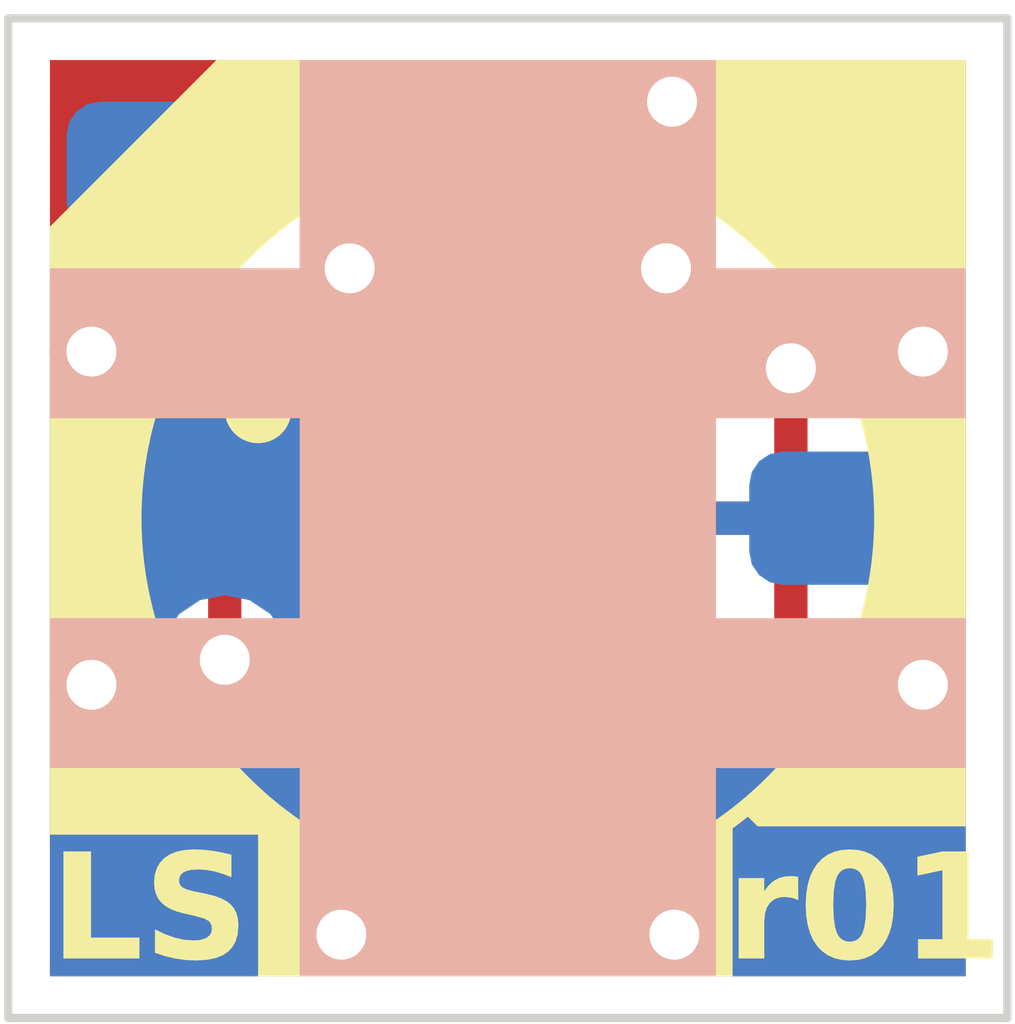
<source format=kicad_pcb>
(kicad_pcb (version 20240108) (generator "pcbnew") (generator_version "8.0")
  (layers (0 "F.Cu" signal "Top Layer") (31 "B.Cu" signal "Bottom Layer") (34 "B.Paste" user "Bottom Paste") (35 "F.Paste" user "Top Paste") (36 "B.SilkS" user "Bottom Overlay") (37 "F.SilkS" user "Top Overlay") (38 "B.Mask" user "Bottom Solder") (39 "F.Mask" user "Top Solder") (44 "Edge.Cuts" user))
  (net 0 "")
  (net 1 "VCCA3.3")
  (net 2 "SCL")
  (net 3 "SDA")
  (net 4 "GND")
  (footprint "QV_ElectroMech.PcbLib:TP_0.50mm" (layer "F.Cu") (at 149.4511 103.5036 90)
    (property "Reference" "TP1" (hide yes))
    (property "Value" "Testpoint 0.5mm" (hide yes))
    (pad "TP" smd circle (at 0 0 270) (size 0.5 0.5) (layers "F.Cu" "F.Paste" "F.Mask") (net 1 "VCCA3.3"))
  )
  (footprint "QV_ElectroMech.PcbLib:TP_0.50mm" (layer "F.Cu") (at 147.5511 103.5036 90)
    (property "Reference" "TP2" (hide yes))
    (property "Value" "Testpoint 0.5mm" (hide yes))
    (pad "TP" smd circle (at 0 0 270) (size 0.5 0.5) (layers "F.Cu" "F.Paste" "F.Mask") (net 4 "GND"))
  )
  (footprint "QV_ElectroMech.PcbLib:TP_0.50mm" (layer "F.Cu") (at 150.2011 105.0036 90)
    (property "Reference" "TP4" (hide yes))
    (property "Value" "Testpoint 0.5mm" (hide yes))
    (pad "TP" smd circle (at 0 0 270) (size 0.5 0.5) (layers "F.Cu" "F.Paste" "F.Mask") (net 2 "SCL"))
  )
  (footprint "QV_ElectroMech.PcbLib:TP_0.50mm" (layer "F.Cu") (at 146.8011 105.0036 90)
    (property "Reference" "TP3" (hide yes))
    (property "Value" "Testpoint 0.5mm" (hide yes))
    (pad "TP" smd circle (at 0 0 270) (size 0.5 0.5) (layers "F.Cu" "F.Paste" "F.Mask") (net 3 "SDA"))
  )
  (footprint "QV_Active.PcbLib:Light Sensor_VEML3235" (layer "F.Cu") (at 148.5011 105.0036)
    (property "Reference" "U1" (hide yes))
    (property "Value" "VEML3235" (hide yes))
    (pad "1" smd rect (at -0.875 -0.65 270) (size 0.4 0.55) (layers "F.Cu" "F.Paste" "F.Mask") (net 4 "GND"))
    (pad "2" smd rect (at -0.875 0 270) (size 0.4 0.55) (layers "F.Cu" "F.Paste" "F.Mask") (net 3 "SDA"))
    (pad "3" smd rect (at -0.875 0.65 270) (size 0.4 0.55) (layers "F.Cu" "F.Paste" "F.Mask"))
    (pad "4" smd rect (at 0.875 0.65 270) (size 0.4 0.55) (layers "F.Cu" "F.Paste" "F.Mask"))
    (pad "5" smd rect (at 0.875 0 270) (size 0.4 0.55) (layers "F.Cu" "F.Paste" "F.Mask") (net 2 "SCL"))
    (pad "6" smd rect (at 0.875 -0.65 270) (size 0.4 0.55) (layers "F.Cu" "F.Paste" "F.Mask") (net 1 "VCCA3.3"))
  )
  (footprint "QV_Res.PcbLib:RESC0603X03L" (layer "F.Cu") (at 149.2511 106.4536 180)
    (property "Reference" "R2" (hide yes))
    (property "Value" "2.1k 1%" (hide yes))
    (pad "1" smd rect (at -0.25 0) (size 0.27 0.3) (layers "F.Cu" "F.Paste" "F.Mask") (net 2 "SCL"))
    (pad "2" smd rect (at 0.25 0) (size 0.27 0.3) (layers "F.Cu" "F.Paste" "F.Mask") (net 1 "VCCA3.3"))
  )
  (footprint "QV_Res.PcbLib:RESC0603X03L" (layer "F.Cu") (at 147.7511 106.4536)
    (property "Reference" "R1" (hide yes))
    (property "Value" "2.1k 1%" (hide yes))
    (pad "1" smd rect (at -0.25 0 180) (size 0.27 0.3) (layers "F.Cu" "F.Paste" "F.Mask") (net 3 "SDA"))
    (pad "2" smd rect (at 0.25 0 180) (size 0.27 0.3) (layers "F.Cu" "F.Paste" "F.Mask") (net 1 "VCCA3.3"))
  )
  (footprint "QV_Cap.PcbLib:CAPC0603X03L" (layer "F.Cu") (at 148.5011 103.5536 180)
    (property "Reference" "C1" (hide yes))
    (property "Value" "470nF 10V" (hide yes))
    (pad "1" smd rect (at -0.25 0) (size 0.27 0.3) (layers "F.Cu" "F.Paste" "F.Mask") (net 1 "VCCA3.3"))
    (pad "2" smd rect (at 0.25 0) (size 0.27 0.3) (layers "F.Cu" "F.Paste" "F.Mask") (net 4 "GND"))
  )
  (footprint "QV_ConMod.PcbLib:ABLS-R01-sensor-Module Footprint" (layer "B.Cu") (at 148.5011 105.0036 180)
    (property "Reference" "U2" (hide yes))
    (property "Value" "Ambient Light Sensor Module" (hide yes))
    (pad "1" smd roundrect (at 2.05 2.1) (size 1.2 0.8) (layers "B.Cu" "B.Paste" "B.Mask") (net 1 "VCCA3.3"))
    (pad "2" smd roundrect (at 2.05 0) (size 1.2 0.8) (layers "B.Cu" "B.Paste" "B.Mask") (net 4 "GND"))
    (pad "3" smd roundrect (at 2.05 -2.1) (size 1.2 0.8) (layers "B.Cu" "B.Paste" "B.Mask") (net 4 "GND"))
    (pad "4" smd roundrect (at -2.05 -2.1 180) (size 1.2 0.8) (layers "B.Cu" "B.Paste" "B.Mask") (net 4 "GND"))
    (pad "5" smd roundrect (at -2.05 0 180) (size 1.2 0.8) (layers "B.Cu" "B.Paste" "B.Mask") (net 3 "SDA"))
    (pad "6" smd roundrect (at -2.05 2.1 180) (size 1.2 0.8) (layers "B.Cu" "B.Paste" "B.Mask") (net 2 "SCL"))
  )
  (gr_poly (pts (xy 147.2511 107.7536) (xy 147.2511 106.5036) (xy 145.7511 106.5036) (xy 145.7511 105.6036) (xy 147.2511 105.6036) (xy 147.2511 104.4036) (xy 145.75109 104.4036) (xy 145.75109 103.5036) (xy 147.2511 103.5036) (xy 147.2511 102.2536) (xy 149.7511 102.2536) (xy 149.7511 103.5036) (xy 151.2511 103.5036) (xy 151.2511 104.4036) (xy 149.7511 104.4036) (xy 149.7511 105.6036) (xy 151.2511 105.6036) (xy 151.2511 106.5036) (xy 149.7511 106.5036) (xy 149.7511 107.7536)) (fill solid) (layer "B.SilkS"))
  (gr_poly (pts (xy 145.7511 103.2536) (xy 146.7511 102.2536) (xy 151.2511 102.2536) (xy 151.2511 106.8536) (xy 150.0011 106.8536) (xy 149.9011 106.7536) (arc (start 150.114705 106.539995) (mid 150.585707 105.835091) (end 150.751101 105.0036)) (arc (start 150.7511 105.0036) (mid 150.09209 103.41261) (end 148.5011 102.7536)) (arc (start 148.5011 102.7536) (mid 146.91011 103.41261) (end 146.2511 105.0036)) (arc (start 146.2511 105.0036) (mid 146.91011 106.59459) (end 148.5011 107.2536)) (arc (start 148.64399 107.25359) (mid 149.297269 107.123645) (end 149.851092 106.753592)) (xy 149.8511 106.7536) (xy 149.8511 107.7536) (xy 147.0011 107.7536) (xy 147.0011 106.9036) (xy 145.7511 106.9036)) (fill solid) (layer "F.SilkS"))
  (gr_circle (center 148.5011 105.0036) (end 148.5011 102.7536) (stroke (width 0.1)) (fill none) (layer "F.SilkS"))
  (gr_circle (center 147.0011 104.3536) (end 147.0011 104.2536) (stroke (width 0.2)) (fill none) (layer "F.SilkS"))
  (gr_line (start 151.5011 108.0036) (end 151.5011 102.0036) (stroke (width 0.05)) (layer "Edge.Cuts"))
  (gr_line (start 145.5011 102.0036) (end 145.5011 108.0036) (stroke (width 0.05)) (layer "Edge.Cuts"))
  (gr_line (start 145.5011 108.0036) (end 151.5011 108.0036) (stroke (width 0.05)) (layer "Edge.Cuts"))
  (gr_line (start 151.5011 102.0036) (end 145.5011 102.0036) (stroke (width 0.05)) (layer "Edge.Cuts"))
  (gr_text "r01" (at 149.8132 107.7536 360) (layer "F.SilkS") (effects (font (size 0.63 0.63) (thickness 0.254) (bold yes)) (justify left bottom)))
  (gr_text "LS" (at 145.7511 107.7536 360) (layer "F.SilkS") (effects (font (size 0.63 0.63) (thickness 0.254) (bold yes)) (justify left bottom)))
  (segment (start 148.5011 104.8036) (end 148.9511 104.3536) (width 0.25) (layer "F.Cu") (net 1))
  (segment (start 148.7511 104.1536) (end 148.7511 103.5536) (width 0.25) (layer "F.Cu") (net 1))
  (segment (start 148.9511 104.3536) (end 149.3761 104.3536) (width 0.25) (layer "F.Cu") (net 1))
  (segment (start 149.3761 104.3536) (end 149.3761 104.3536) (width 0.25) (layer "F.Cu") (net 1))
  (segment (start 148.7511 104.1536) (end 148.9511 104.3536) (width 0.25) (layer "F.Cu") (net 1))
  (segment (start 149.22649 103.55143) (end 149.40327 103.55143) (width 0.25) (layer "F.Cu") (net 1))
  (segment (start 149.22432 103.5536) (end 149.22649 103.55143) (width 0.25) (layer "F.Cu") (net 1))
  (segment (start 148.7511 103.5536) (end 149.22432 103.5536) (width 0.25) (layer "F.Cu") (net 1))
  (segment (start 148.0011 106.4536) (end 148.5011 106.4536) (width 0.25) (layer "F.Cu") (net 1))
  (segment (start 148.5011 106.4536) (end 149.0011 106.4536) (width 0.25) (layer "F.Cu") (net 1))
  (segment (start 148.5011 106.4536) (end 148.5011 104.8036) (width 0.25) (layer "F.Cu") (net 1))
  (segment (start 149.40327 103.55143) (end 149.4511 103.5036) (width 0.25) (layer "F.Cu") (net 1))
  (via (at 149.4511 103.5036) (size 0.5) (drill 0.3) (layers "F.Cu" "B.Cu") (net 1))
  (segment (start 146.4511 102.9036) (end 148.5511 102.9036) (width 0.4) (layer "B.Cu") (net 1))
  (segment (start 149.13197 103.48447) (end 149.43197 103.48447) (width 0.4) (layer "B.Cu") (net 1))
  (segment (start 149.43197 103.48447) (end 149.4511 103.5036) (width 0.4) (layer "B.Cu") (net 1))
  (segment (start 148.5511 102.9036) (end 149.13197 103.48447) (width 0.4) (layer "B.Cu") (net 1))
  (segment (start 150.2011 105.0036) (end 150.2011 104.1036) (width 0.2) (layer "F.Cu") (net 2))
  (segment (start 149.79573 106.43897) (end 150.2011 106.0336) (width 0.2) (layer "F.Cu") (net 2))
  (segment (start 150.2011 106.0336) (end 150.2011 105.0036) (width 0.2) (layer "F.Cu") (net 2))
  (segment (start 149.51573 106.43897) (end 149.79573 106.43897) (width 0.2) (layer "F.Cu") (net 2))
  (segment (start 149.5011 106.4536) (end 149.51573 106.43897) (width 0.2) (layer "F.Cu") (net 2))
  (segment (start 149.3761 105.0036) (end 150.2011 105.0036) (width 0.2) (layer "F.Cu") (net 2))
  (via (at 150.2011 104.1036) (size 0.5) (drill 0.3) (layers "F.Cu" "B.Cu") (net 2))
  (segment (start 150.5511 103.7536) (end 150.5511 102.9036) (width 0.2) (layer "B.Cu") (net 2))
  (segment (start 150.2011 104.1036) (end 150.5511 103.7536) (width 0.2) (layer "B.Cu") (net 2))
  (segment (start 146.8011 105.8536) (end 146.8011 105.0036) (width 0.2) (layer "F.Cu") (net 3))
  (segment (start 146.8585 106.091) (end 146.8585 105.911) (width 0.2) (layer "F.Cu") (net 3))
  (segment (start 146.8585 106.091) (end 147.20647 106.43897) (width 0.2) (layer "F.Cu") (net 3))
  (segment (start 146.8011 105.0036) (end 147.6261 105.0036) (width 0.2) (layer "F.Cu") (net 3))
  (segment (start 147.48647 106.43897) (end 147.5011 106.4536) (width 0.2) (layer "F.Cu") (net 3))
  (segment (start 147.20647 106.43897) (end 147.48647 106.43897) (width 0.2) (layer "F.Cu") (net 3))
  (segment (start 146.8011 105.8536) (end 146.8585 105.911) (width 0.2) (layer "F.Cu") (net 3))
  (via (at 146.8011 105.8536) (size 0.5) (drill 0.3) (layers "F.Cu" "B.Cu") (net 3))
  (segment (start 149.7011 105.0036) (end 150.5511 105.0036) (width 0.2) (layer "B.Cu") (net 3))
  (segment (start 146.8011 105.8536) (end 148.8511 105.8536) (width 0.2) (layer "B.Cu") (net 3))
  (segment (start 148.8511 105.8536) (end 149.7011 105.0036) (width 0.2) (layer "B.Cu") (net 3))
  (segment (start 147.77571 103.55143) (end 147.77788 103.5536) (width 0.25) (layer "F.Cu") (net 4))
  (segment (start 147.77788 103.5536) (end 148.2511 103.5536) (width 0.25) (layer "F.Cu") (net 4))
  (segment (start 148.0511 104.3536) (end 148.2511 104.1536) (width 0.25) (layer "F.Cu") (net 4))
  (segment (start 147.5511 103.5036) (end 147.59893 103.55143) (width 0.25) (layer "F.Cu") (net 4))
  (segment (start 148.2511 104.1536) (end 148.2511 103.5536) (width 0.25) (layer "F.Cu") (net 4))
  (segment (start 147.6261 104.3536) (end 148.0511 104.3536) (width 0.25) (layer "F.Cu") (net 4))
  (segment (start 147.59893 103.55143) (end 147.77571 103.55143) (width 0.25) (layer "F.Cu") (net 4))
  (segment (start 147.6261 104.3536) (end 147.6261 104.3536) (width 0.25) (layer "F.Cu") (net 4))
  (via (at 147.5511 103.5036) (size 0.5) (drill 0.3) (layers "F.Cu" "B.Cu") (net 4))
  (via (at 146.00013 106.0036) (size 0.5) (drill 0.3) (layers "F.Cu" "B.Cu") (net 4))
  (via (at 149.5011 107.5036) (size 0.5) (drill 0.3) (layers "F.Cu" "B.Cu") (net 4))
  (via (at 147.5011 107.5036) (size 0.5) (drill 0.3) (layers "F.Cu" "B.Cu") (net 4))
  (via (at 149.48726 102.5036) (size 0.5) (drill 0.3) (layers "F.Cu" "B.Cu") (net 4))
  (via (at 146.00013 104.0036) (size 0.5) (drill 0.3) (layers "F.Cu" "B.Cu") (net 4))
  (via (at 150.99369 106.0036) (size 0.5) (drill 0.3) (layers "F.Cu" "B.Cu") (net 4))
  (via (at 150.99369 104.0036) (size 0.5) (drill 0.3) (layers "F.Cu" "B.Cu") (net 4))
  (zone (net 0) (net_name "") (layer "F.Cu") (connect_pads (clearance 0)) (min_thickness 0.25)
    (keepout (tracks allowed) (vias allowed) (pads allowed) (copperpour not_allowed) (footprints allowed))
    (fill (thermal_gap 0.5) (thermal_bridge_width 0.5))
    (polygon (pts (arc (start 146.2511 105.0036) (mid 146.91011 103.41261) (end 148.5011 102.7536)) (arc (start 148.5011 102.7536) (mid 150.09209 103.41261) (end 150.7511 105.0036)) (arc (start 150.7511 105.0036) (mid 150.09209 106.59459) (end 148.5011 107.2536)) (arc (start 148.5011 107.2536) (mid 146.91011 106.59459) (end 146.2511 105.0036))))
  )
  (zone (net 4) (net_name "GND") (layer "F.Cu") (connect_pads yes (clearance 0.5)) (min_thickness 0.25) (fill yes (thermal_gap 0.254) (thermal_bridge_width 0.254))
    (polygon (pts (xy 145.7511 107.7536) (xy 151.2511 107.7536) (xy 151.2511 102.2536) (xy 145.7511 102.2536)))
  )
  (zone (net 4) (net_name "GND") (layer "B.Cu") (priority 1) (connect_pads yes (clearance 0.5)) (min_thickness 0.25) (fill yes (thermal_gap 0.254) (thermal_bridge_width 0.254))
    (polygon (pts (xy 145.7511 107.7536) (xy 145.7511 102.2536) (xy 151.2511 102.2536) (xy 151.2511 107.7536)))
  )
  (zone (net 0) (net_name "") (layer "B.Cu") (connect_pads (clearance 0)) (min_thickness 0.25)
    (keepout (tracks allowed) (vias allowed) (pads allowed) (copperpour not_allowed) (footprints allowed))
    (fill (thermal_gap 0.5) (thermal_bridge_width 0.5))
    (polygon (pts (xy 151.2511 102.2536) (xy 151.2511 105.6536) (xy 149.7011 105.6536) (xy 149.7011 102.2536)))
  )
  (zone (net 0) (net_name "") (layer "B.Cu") (connect_pads (clearance 0)) (min_thickness 0.25)
    (keepout (tracks allowed) (vias allowed) (pads allowed) (copperpour not_allowed) (footprints allowed))
    (fill (thermal_gap 0.5) (thermal_bridge_width 0.5))
    (polygon (pts (xy 145.7511 102.2536) (xy 147.2511 102.2536) (xy 147.2511 103.5536) (xy 145.7511 103.5536)))
  )
)
</source>
